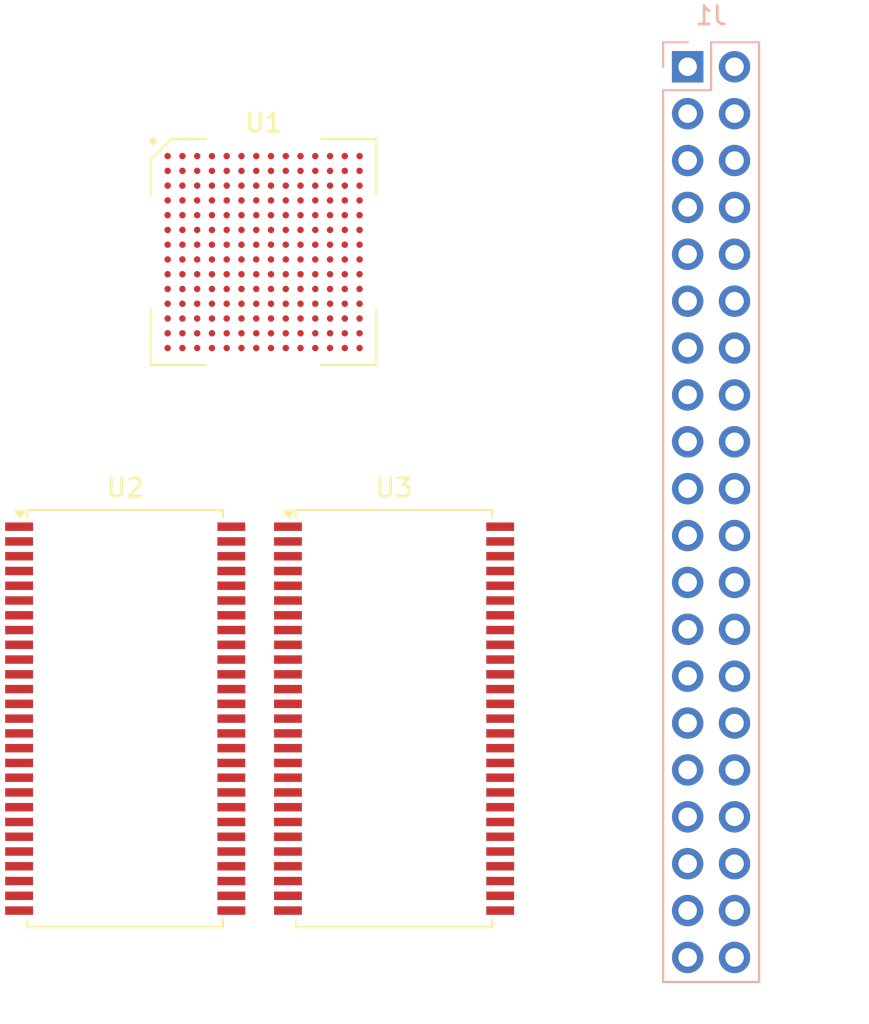
<source format=kicad_pcb>
(kicad_pcb (version 20221018) (generator pcbnew)
  (layers (0 "F.Cu" signal) (31 "B.Cu" signal) (34 "B.Paste" user) (35 "F.Paste" user) (36 "B.SilkS" user "B.Silkscreen") (37 "F.SilkS" user "F.Silkscreen") (38 "B.Mask" user) (39 "F.Mask" user) (44 "Edge.Cuts" user))
  (net 0 "")
  (net 1 "Net-(U2-VDD-Pad1)")
  (net 3 "Net-(U2-VDDQ-Pad3)")
  (net 6 "Net-(U2-VSSQ-Pad12)")
  (net 24 "Net-(U2-VSS-Pad28)")
  (net 45 "Net-(U3-VDD-Pad1)")
  (net 47 "Net-(U3-VDDQ-Pad3)")
  (net 50 "Net-(U3-VSSQ-Pad12)")
  (net 68 "Net-(U3-VSS-Pad28)")
  (footprint "Package_SO:TSOP-II-54_22.2x10.16mm_P0.8mm" (layer "F.Cu") (at 144.11 101.36)
    (fp_text reference "U3" (at 0 -12.5) (layer "F.SilkS"))
    (fp_text value "MT48LC16M16A2TG")
    (fp_line (start -5.3 -11.3) (end 5.3 -11.3) (stroke (width 0.12)) (layer "F.SilkS"))
    (fp_line (start -5.3 -10.9) (end -5.3 -11.3) (stroke (width 0.12)) (layer "F.SilkS"))
    (fp_line (start -5.3 10.9) (end -5.3 11.3) (stroke (width 0.12)) (layer "F.SilkS"))
    (fp_line (start -5.3 11.3) (end 5.3 11.3) (stroke (width 0.12)) (layer "F.SilkS"))
    (fp_line (start 5.3 -11.3) (end 5.3 -10.9) (stroke (width 0.12)) (layer "F.SilkS"))
    (fp_line (start 5.3 10.9) (end 5.3 11.3) (stroke (width 0.12)) (layer "F.SilkS"))
    (fp_poly (pts (xy -5.7 -10.9) (xy -5.94 -11.23) (xy -5.46 -11.23) (xy -5.7 -10.9)) (stroke (width 0.12)) (fill solid) (layer "F.SilkS"))
    (pad "1" smd rect (at -5.75 -10.4) (size 1.51 0.458) (layers "F.Cu" "F.Paste" "F.Mask") (net 45 "Net-(U3-VDD-Pad1)"))
    (pad "2" smd rect (at -5.75 -9.6) (size 1.51 0.458) (layers "F.Cu" "F.Paste" "F.Mask"))
    (pad "3" smd rect (at -5.75 -8.8) (size 1.51 0.458) (layers "F.Cu" "F.Paste" "F.Mask") (net 47 "Net-(U3-VDDQ-Pad3)"))
    (pad "4" smd rect (at -5.75 -8) (size 1.51 0.458) (layers "F.Cu" "F.Paste" "F.Mask"))
    (pad "5" smd rect (at -5.75 -7.2) (size 1.51 0.458) (layers "F.Cu" "F.Paste" "F.Mask"))
    (pad "6" smd rect (at -5.75 -6.4) (size 1.51 0.458) (layers "F.Cu" "F.Paste" "F.Mask") (net 50 "Net-(U3-VSSQ-Pad12)"))
    (pad "7" smd rect (at -5.75 -5.6) (size 1.51 0.458) (layers "F.Cu" "F.Paste" "F.Mask"))
    (pad "8" smd rect (at -5.75 -4.8) (size 1.51 0.458) (layers "F.Cu" "F.Paste" "F.Mask"))
    (pad "9" smd rect (at -5.75 -4) (size 1.51 0.458) (layers "F.Cu" "F.Paste" "F.Mask") (net 47 "Net-(U3-VDDQ-Pad3)"))
    (pad "10" smd rect (at -5.75 -3.2) (size 1.51 0.458) (layers "F.Cu" "F.Paste" "F.Mask"))
    (pad "11" smd rect (at -5.75 -2.4) (size 1.51 0.458) (layers "F.Cu" "F.Paste" "F.Mask"))
    (pad "12" smd rect (at -5.75 -1.6) (size 1.51 0.458) (layers "F.Cu" "F.Paste" "F.Mask") (net 50 "Net-(U3-VSSQ-Pad12)"))
    (pad "13" smd rect (at -5.75 -0.8) (size 1.51 0.458) (layers "F.Cu" "F.Paste" "F.Mask"))
    (pad "14" smd rect (at -5.75 0) (size 1.51 0.458) (layers "F.Cu" "F.Paste" "F.Mask") (net 45 "Net-(U3-VDD-Pad1)"))
    (pad "15" smd rect (at -5.75 0.8) (size 1.51 0.458) (layers "F.Cu" "F.Paste" "F.Mask"))
    (pad "16" smd rect (at -5.75 1.6) (size 1.51 0.458) (layers "F.Cu" "F.Paste" "F.Mask"))
    (pad "17" smd rect (at -5.75 2.4) (size 1.51 0.458) (layers "F.Cu" "F.Paste" "F.Mask"))
    (pad "18" smd rect (at -5.75 3.2) (size 1.51 0.458) (layers "F.Cu" "F.Paste" "F.Mask"))
    (pad "19" smd rect (at -5.75 4) (size 1.51 0.458) (layers "F.Cu" "F.Paste" "F.Mask"))
    (pad "20" smd rect (at -5.75 4.8) (size 1.51 0.458) (layers "F.Cu" "F.Paste" "F.Mask"))
    (pad "21" smd rect (at -5.75 5.6) (size 1.51 0.458) (layers "F.Cu" "F.Paste" "F.Mask"))
    (pad "22" smd rect (at -5.75 6.4) (size 1.51 0.458) (layers "F.Cu" "F.Paste" "F.Mask"))
    (pad "23" smd rect (at -5.75 7.2) (size 1.51 0.458) (layers "F.Cu" "F.Paste" "F.Mask"))
    (pad "24" smd rect (at -5.75 8) (size 1.51 0.458) (layers "F.Cu" "F.Paste" "F.Mask"))
    (pad "25" smd rect (at -5.75 8.8) (size 1.51 0.458) (layers "F.Cu" "F.Paste" "F.Mask"))
    (pad "26" smd rect (at -5.75 9.6) (size 1.51 0.458) (layers "F.Cu" "F.Paste" "F.Mask"))
    (pad "27" smd rect (at -5.75 10.4) (size 1.51 0.458) (layers "F.Cu" "F.Paste" "F.Mask") (net 45 "Net-(U3-VDD-Pad1)"))
    (pad "28" smd rect (at 5.75 10.4) (size 1.51 0.458) (layers "F.Cu" "F.Paste" "F.Mask") (net 68 "Net-(U3-VSS-Pad28)"))
    (pad "29" smd rect (at 5.75 9.6) (size 1.51 0.458) (layers "F.Cu" "F.Paste" "F.Mask"))
    (pad "30" smd rect (at 5.75 8.8) (size 1.51 0.458) (layers "F.Cu" "F.Paste" "F.Mask"))
    (pad "31" smd rect (at 5.75 8) (size 1.51 0.458) (layers "F.Cu" "F.Paste" "F.Mask"))
    (pad "32" smd rect (at 5.75 7.2) (size 1.51 0.458) (layers "F.Cu" "F.Paste" "F.Mask"))
    (pad "33" smd rect (at 5.75 6.4) (size 1.51 0.458) (layers "F.Cu" "F.Paste" "F.Mask"))
    (pad "34" smd rect (at 5.75 5.6) (size 1.51 0.458) (layers "F.Cu" "F.Paste" "F.Mask"))
    (pad "35" smd rect (at 5.75 4.8) (size 1.51 0.458) (layers "F.Cu" "F.Paste" "F.Mask"))
    (pad "36" smd rect (at 5.75 4) (size 1.51 0.458) (layers "F.Cu" "F.Paste" "F.Mask"))
    (pad "37" smd rect (at 5.75 3.2) (size 1.51 0.458) (layers "F.Cu" "F.Paste" "F.Mask"))
    (pad "38" smd rect (at 5.75 2.4) (size 1.51 0.458) (layers "F.Cu" "F.Paste" "F.Mask"))
    (pad "39" smd rect (at 5.75 1.6) (size 1.51 0.458) (layers "F.Cu" "F.Paste" "F.Mask"))
    (pad "40" smd rect (at 5.75 0.8) (size 1.51 0.458) (layers "F.Cu" "F.Paste" "F.Mask"))
    (pad "41" smd rect (at 5.75 0) (size 1.51 0.458) (layers "F.Cu" "F.Paste" "F.Mask") (net 68 "Net-(U3-VSS-Pad28)"))
    (pad "42" smd rect (at 5.75 -0.8) (size 1.51 0.458) (layers "F.Cu" "F.Paste" "F.Mask"))
    (pad "43" smd rect (at 5.75 -1.6) (size 1.51 0.458) (layers "F.Cu" "F.Paste" "F.Mask") (net 47 "Net-(U3-VDDQ-Pad3)"))
    (pad "44" smd rect (at 5.75 -2.4) (size 1.51 0.458) (layers "F.Cu" "F.Paste" "F.Mask"))
    (pad "45" smd rect (at 5.75 -3.2) (size 1.51 0.458) (layers "F.Cu" "F.Paste" "F.Mask"))
    (pad "46" smd rect (at 5.75 -4) (size 1.51 0.458) (layers "F.Cu" "F.Paste" "F.Mask") (net 50 "Net-(U3-VSSQ-Pad12)"))
    (pad "47" smd rect (at 5.75 -4.8) (size 1.51 0.458) (layers "F.Cu" "F.Paste" "F.Mask"))
    (pad "48" smd rect (at 5.75 -5.6) (size 1.51 0.458) (layers "F.Cu" "F.Paste" "F.Mask"))
    (pad "49" smd rect (at 5.75 -6.4) (size 1.51 0.458) (layers "F.Cu" "F.Paste" "F.Mask") (net 47 "Net-(U3-VDDQ-Pad3)"))
    (pad "50" smd rect (at 5.75 -7.2) (size 1.51 0.458) (layers "F.Cu" "F.Paste" "F.Mask"))
    (pad "51" smd rect (at 5.75 -8) (size 1.51 0.458) (layers "F.Cu" "F.Paste" "F.Mask"))
    (pad "52" smd rect (at 5.75 -8.8) (size 1.51 0.458) (layers "F.Cu" "F.Paste" "F.Mask") (net 50 "Net-(U3-VSSQ-Pad12)"))
    (pad "53" smd rect (at 5.75 -9.6) (size 1.51 0.458) (layers "F.Cu" "F.Paste" "F.Mask"))
    (pad "54" smd rect (at 5.75 -10.4) (size 1.51 0.458) (layers "F.Cu" "F.Paste" "F.Mask") (net 68 "Net-(U3-VSS-Pad28)"))
  )
  (footprint "Package_SO:TSOP-II-54_22.2x10.16mm_P0.8mm" (layer "F.Cu") (at 129.54 101.36)
    (fp_text reference "U2" (at 0 -12.5) (layer "F.SilkS"))
    (fp_text value "MT48LC16M16A2TG")
    (fp_line (start -5.3 -11.3) (end 5.3 -11.3) (stroke (width 0.12)) (layer "F.SilkS"))
    (fp_line (start -5.3 -10.9) (end -5.3 -11.3) (stroke (width 0.12)) (layer "F.SilkS"))
    (fp_line (start -5.3 10.9) (end -5.3 11.3) (stroke (width 0.12)) (layer "F.SilkS"))
    (fp_line (start -5.3 11.3) (end 5.3 11.3) (stroke (width 0.12)) (layer "F.SilkS"))
    (fp_line (start 5.3 -11.3) (end 5.3 -10.9) (stroke (width 0.12)) (layer "F.SilkS"))
    (fp_line (start 5.3 10.9) (end 5.3 11.3) (stroke (width 0.12)) (layer "F.SilkS"))
    (fp_poly (pts (xy -5.7 -10.9) (xy -5.94 -11.23) (xy -5.46 -11.23) (xy -5.7 -10.9)) (stroke (width 0.12)) (fill solid) (layer "F.SilkS"))
    (pad "1" smd rect (at -5.75 -10.4) (size 1.51 0.458) (layers "F.Cu" "F.Paste" "F.Mask") (net 1 "Net-(U2-VDD-Pad1)"))
    (pad "2" smd rect (at -5.75 -9.6) (size 1.51 0.458) (layers "F.Cu" "F.Paste" "F.Mask"))
    (pad "3" smd rect (at -5.75 -8.8) (size 1.51 0.458) (layers "F.Cu" "F.Paste" "F.Mask") (net 3 "Net-(U2-VDDQ-Pad3)"))
    (pad "4" smd rect (at -5.75 -8) (size 1.51 0.458) (layers "F.Cu" "F.Paste" "F.Mask"))
    (pad "5" smd rect (at -5.75 -7.2) (size 1.51 0.458) (layers "F.Cu" "F.Paste" "F.Mask"))
    (pad "6" smd rect (at -5.75 -6.4) (size 1.51 0.458) (layers "F.Cu" "F.Paste" "F.Mask") (net 6 "Net-(U2-VSSQ-Pad12)"))
    (pad "7" smd rect (at -5.75 -5.6) (size 1.51 0.458) (layers "F.Cu" "F.Paste" "F.Mask"))
    (pad "8" smd rect (at -5.75 -4.8) (size 1.51 0.458) (layers "F.Cu" "F.Paste" "F.Mask"))
    (pad "9" smd rect (at -5.75 -4) (size 1.51 0.458) (layers "F.Cu" "F.Paste" "F.Mask") (net 3 "Net-(U2-VDDQ-Pad3)"))
    (pad "10" smd rect (at -5.75 -3.2) (size 1.51 0.458) (layers "F.Cu" "F.Paste" "F.Mask"))
    (pad "11" smd rect (at -5.75 -2.4) (size 1.51 0.458) (layers "F.Cu" "F.Paste" "F.Mask"))
    (pad "12" smd rect (at -5.75 -1.6) (size 1.51 0.458) (layers "F.Cu" "F.Paste" "F.Mask") (net 6 "Net-(U2-VSSQ-Pad12)"))
    (pad "13" smd rect (at -5.75 -0.8) (size 1.51 0.458) (layers "F.Cu" "F.Paste" "F.Mask"))
    (pad "14" smd rect (at -5.75 0) (size 1.51 0.458) (layers "F.Cu" "F.Paste" "F.Mask") (net 1 "Net-(U2-VDD-Pad1)"))
    (pad "15" smd rect (at -5.75 0.8) (size 1.51 0.458) (layers "F.Cu" "F.Paste" "F.Mask"))
    (pad "16" smd rect (at -5.75 1.6) (size 1.51 0.458) (layers "F.Cu" "F.Paste" "F.Mask"))
    (pad "17" smd rect (at -5.75 2.4) (size 1.51 0.458) (layers "F.Cu" "F.Paste" "F.Mask"))
    (pad "18" smd rect (at -5.75 3.2) (size 1.51 0.458) (layers "F.Cu" "F.Paste" "F.Mask"))
    (pad "19" smd rect (at -5.75 4) (size 1.51 0.458) (layers "F.Cu" "F.Paste" "F.Mask"))
    (pad "20" smd rect (at -5.75 4.8) (size 1.51 0.458) (layers "F.Cu" "F.Paste" "F.Mask"))
    (pad "21" smd rect (at -5.75 5.6) (size 1.51 0.458) (layers "F.Cu" "F.Paste" "F.Mask"))
    (pad "22" smd rect (at -5.75 6.4) (size 1.51 0.458) (layers "F.Cu" "F.Paste" "F.Mask"))
    (pad "23" smd rect (at -5.75 7.2) (size 1.51 0.458) (layers "F.Cu" "F.Paste" "F.Mask"))
    (pad "24" smd rect (at -5.75 8) (size 1.51 0.458) (layers "F.Cu" "F.Paste" "F.Mask"))
    (pad "25" smd rect (at -5.75 8.8) (size 1.51 0.458) (layers "F.Cu" "F.Paste" "F.Mask"))
    (pad "26" smd rect (at -5.75 9.6) (size 1.51 0.458) (layers "F.Cu" "F.Paste" "F.Mask"))
    (pad "27" smd rect (at -5.75 10.4) (size 1.51 0.458) (layers "F.Cu" "F.Paste" "F.Mask") (net 1 "Net-(U2-VDD-Pad1)"))
    (pad "28" smd rect (at 5.75 10.4) (size 1.51 0.458) (layers "F.Cu" "F.Paste" "F.Mask") (net 24 "Net-(U2-VSS-Pad28)"))
    (pad "29" smd rect (at 5.75 9.6) (size 1.51 0.458) (layers "F.Cu" "F.Paste" "F.Mask"))
    (pad "30" smd rect (at 5.75 8.8) (size 1.51 0.458) (layers "F.Cu" "F.Paste" "F.Mask"))
    (pad "31" smd rect (at 5.75 8) (size 1.51 0.458) (layers "F.Cu" "F.Paste" "F.Mask"))
    (pad "32" smd rect (at 5.75 7.2) (size 1.51 0.458) (layers "F.Cu" "F.Paste" "F.Mask"))
    (pad "33" smd rect (at 5.75 6.4) (size 1.51 0.458) (layers "F.Cu" "F.Paste" "F.Mask"))
    (pad "34" smd rect (at 5.75 5.6) (size 1.51 0.458) (layers "F.Cu" "F.Paste" "F.Mask"))
    (pad "35" smd rect (at 5.75 4.8) (size 1.51 0.458) (layers "F.Cu" "F.Paste" "F.Mask"))
    (pad "36" smd rect (at 5.75 4) (size 1.51 0.458) (layers "F.Cu" "F.Paste" "F.Mask"))
    (pad "37" smd rect (at 5.75 3.2) (size 1.51 0.458) (layers "F.Cu" "F.Paste" "F.Mask"))
    (pad "38" smd rect (at 5.75 2.4) (size 1.51 0.458) (layers "F.Cu" "F.Paste" "F.Mask"))
    (pad "39" smd rect (at 5.75 1.6) (size 1.51 0.458) (layers "F.Cu" "F.Paste" "F.Mask"))
    (pad "40" smd rect (at 5.75 0.8) (size 1.51 0.458) (layers "F.Cu" "F.Paste" "F.Mask"))
    (pad "41" smd rect (at 5.75 0) (size 1.51 0.458) (layers "F.Cu" "F.Paste" "F.Mask") (net 24 "Net-(U2-VSS-Pad28)"))
    (pad "42" smd rect (at 5.75 -0.8) (size 1.51 0.458) (layers "F.Cu" "F.Paste" "F.Mask"))
    (pad "43" smd rect (at 5.75 -1.6) (size 1.51 0.458) (layers "F.Cu" "F.Paste" "F.Mask") (net 3 "Net-(U2-VDDQ-Pad3)"))
    (pad "44" smd rect (at 5.75 -2.4) (size 1.51 0.458) (layers "F.Cu" "F.Paste" "F.Mask"))
    (pad "45" smd rect (at 5.75 -3.2) (size 1.51 0.458) (layers "F.Cu" "F.Paste" "F.Mask"))
    (pad "46" smd rect (at 5.75 -4) (size 1.51 0.458) (layers "F.Cu" "F.Paste" "F.Mask") (net 6 "Net-(U2-VSSQ-Pad12)"))
    (pad "47" smd rect (at 5.75 -4.8) (size 1.51 0.458) (layers "F.Cu" "F.Paste" "F.Mask"))
    (pad "48" smd rect (at 5.75 -5.6) (size 1.51 0.458) (layers "F.Cu" "F.Paste" "F.Mask"))
    (pad "49" smd rect (at 5.75 -6.4) (size 1.51 0.458) (layers "F.Cu" "F.Paste" "F.Mask") (net 3 "Net-(U2-VDDQ-Pad3)"))
    (pad "50" smd rect (at 5.75 -7.2) (size 1.51 0.458) (layers "F.Cu" "F.Paste" "F.Mask"))
    (pad "51" smd rect (at 5.75 -8) (size 1.51 0.458) (layers "F.Cu" "F.Paste" "F.Mask"))
    (pad "52" smd rect (at 5.75 -8.8) (size 1.51 0.458) (layers "F.Cu" "F.Paste" "F.Mask") (net 6 "Net-(U2-VSSQ-Pad12)"))
    (pad "53" smd rect (at 5.75 -9.6) (size 1.51 0.458) (layers "F.Cu" "F.Paste" "F.Mask"))
    (pad "54" smd rect (at 5.75 -10.4) (size 1.51 0.458) (layers "F.Cu" "F.Paste" "F.Mask") (net 24 "Net-(U2-VSS-Pad28)"))
  )
  (footprint "mapbga-11x11-0_8mm:BGA-196_14x14_12.0x12.0mm" (layer "F.Cu") (at 137.04 76.08)
    (fp_text reference "U1" (at 0 -7) (layer "F.SilkS"))
    (fp_text value "~")
    (fp_line (start -6.12 -5) (end -6.12 -3.12) (stroke (width 0.12)) (layer "F.SilkS"))
    (fp_line (start -6.12 6.12) (end -6.12 3.12) (stroke (width 0.12)) (layer "F.SilkS"))
    (fp_line (start -5 -6.12) (end -6.12 -5) (stroke (width 0.12)) (layer "F.SilkS"))
    (fp_line (start -3.12 -6.12) (end -5 -6.12) (stroke (width 0.12)) (layer "F.SilkS"))
    (fp_line (start -3.12 6.12) (end -6.12 6.12) (stroke (width 0.12)) (layer "F.SilkS"))
    (fp_line (start 3.12 -6.12) (end 6.12 -6.12) (stroke (width 0.12)) (layer "F.SilkS"))
    (fp_line (start 3.12 6.12) (end 6.12 6.12) (stroke (width 0.12)) (layer "F.SilkS"))
    (fp_line (start 6.12 -6.12) (end 6.12 -3.12) (stroke (width 0.12)) (layer "F.SilkS"))
    (fp_line (start 6.12 6.12) (end 6.12 3.12) (stroke (width 0.12)) (layer "F.SilkS"))
    (fp_circle (center -6 -6) (end -6 -5.9) (stroke (width 0.2)) (fill none) (layer "F.SilkS"))
    (pad "A1" smd circle (at -5.2 -5.2) (size 0.35 0.35) (layers "F.Cu" "F.Paste" "F.Mask") (clearance 0.075))
    (pad "A2" smd circle (at -4.4 -5.2) (size 0.35 0.35) (layers "F.Cu" "F.Paste" "F.Mask") (clearance 0.075))
    (pad "A3" smd circle (at -3.6 -5.2) (size 0.35 0.35) (layers "F.Cu" "F.Paste" "F.Mask") (clearance 0.075))
    (pad "A4" smd circle (at -2.8 -5.2) (size 0.35 0.35) (layers "F.Cu" "F.Paste" "F.Mask") (clearance 0.075))
    (pad "A5" smd circle (at -2 -5.2) (size 0.35 0.35) (layers "F.Cu" "F.Paste" "F.Mask") (clearance 0.075))
    (pad "A6" smd circle (at -1.2 -5.2) (size 0.35 0.35) (layers "F.Cu" "F.Paste" "F.Mask") (clearance 0.075))
    (pad "A7" smd circle (at -0.4 -5.2) (size 0.35 0.35) (layers "F.Cu" "F.Paste" "F.Mask") (clearance 0.075))
    (pad "A8" smd circle (at 0.4 -5.2) (size 0.35 0.35) (layers "F.Cu" "F.Paste" "F.Mask") (clearance 0.075))
    (pad "A9" smd circle (at 1.2 -5.2) (size 0.35 0.35) (layers "F.Cu" "F.Paste" "F.Mask") (clearance 0.075))
    (pad "A10" smd circle (at 2 -5.2) (size 0.35 0.35) (layers "F.Cu" "F.Paste" "F.Mask") (clearance 0.075))
    (pad "A11" smd circle (at 2.8 -5.2) (size 0.35 0.35) (layers "F.Cu" "F.Paste" "F.Mask") (clearance 0.075))
    (pad "A12" smd circle (at 3.6 -5.2) (size 0.35 0.35) (layers "F.Cu" "F.Paste" "F.Mask") (clearance 0.075))
    (pad "A13" smd circle (at 4.4 -5.2) (size 0.35 0.35) (layers "F.Cu" "F.Paste" "F.Mask") (clearance 0.075))
    (pad "A14" smd circle (at 5.2 -5.2) (size 0.35 0.35) (layers "F.Cu" "F.Paste" "F.Mask") (clearance 0.075))
    (pad "B1" smd circle (at -5.2 -4.4) (size 0.35 0.35) (layers "F.Cu" "F.Paste" "F.Mask") (clearance 0.075))
    (pad "B2" smd circle (at -4.4 -4.4) (size 0.35 0.35) (layers "F.Cu" "F.Paste" "F.Mask") (clearance 0.075))
    (pad "B3" smd circle (at -3.6 -4.4) (size 0.35 0.35) (layers "F.Cu" "F.Paste" "F.Mask") (clearance 0.075))
    (pad "B4" smd circle (at -2.8 -4.4) (size 0.35 0.35) (layers "F.Cu" "F.Paste" "F.Mask") (clearance 0.075))
    (pad "B5" smd circle (at -2 -4.4) (size 0.35 0.35) (layers "F.Cu" "F.Paste" "F.Mask") (clearance 0.075))
    (pad "B6" smd circle (at -1.2 -4.4) (size 0.35 0.35) (layers "F.Cu" "F.Paste" "F.Mask") (clearance 0.075))
    (pad "B7" smd circle (at -0.4 -4.4) (size 0.35 0.35) (layers "F.Cu" "F.Paste" "F.Mask") (clearance 0.075))
    (pad "B8" smd circle (at 0.4 -4.4) (size 0.35 0.35) (layers "F.Cu" "F.Paste" "F.Mask") (clearance 0.075))
    (pad "B9" smd circle (at 1.2 -4.4) (size 0.35 0.35) (layers "F.Cu" "F.Paste" "F.Mask") (clearance 0.075))
    (pad "B10" smd circle (at 2 -4.4) (size 0.35 0.35) (layers "F.Cu" "F.Paste" "F.Mask") (clearance 0.075))
    (pad "B11" smd circle (at 2.8 -4.4) (size 0.35 0.35) (layers "F.Cu" "F.Paste" "F.Mask") (clearance 0.075))
    (pad "B12" smd circle (at 3.6 -4.4) (size 0.35 0.35) (layers "F.Cu" "F.Paste" "F.Mask") (clearance 0.075))
    (pad "B13" smd circle (at 4.4 -4.4) (size 0.35 0.35) (layers "F.Cu" "F.Paste" "F.Mask") (clearance 0.075))
    (pad "B14" smd circle (at 5.2 -4.4) (size 0.35 0.35) (layers "F.Cu" "F.Paste" "F.Mask") (clearance 0.075))
    (pad "C1" smd circle (at -5.2 -3.6) (size 0.35 0.35) (layers "F.Cu" "F.Paste" "F.Mask") (clearance 0.075))
    (pad "C2" smd circle (at -4.4 -3.6) (size 0.35 0.35) (layers "F.Cu" "F.Paste" "F.Mask") (clearance 0.075))
    (pad "C3" smd circle (at -3.6 -3.6) (size 0.35 0.35) (layers "F.Cu" "F.Paste" "F.Mask") (clearance 0.075))
    (pad "C4" smd circle (at -2.8 -3.6) (size 0.35 0.35) (layers "F.Cu" "F.Paste" "F.Mask") (clearance 0.075))
    (pad "C5" smd circle (at -2 -3.6) (size 0.35 0.35) (layers "F.Cu" "F.Paste" "F.Mask") (clearance 0.075))
    (pad "C6" smd circle (at -1.2 -3.6) (size 0.35 0.35) (layers "F.Cu" "F.Paste" "F.Mask") (clearance 0.075))
    (pad "C7" smd circle (at -0.4 -3.6) (size 0.35 0.35) (layers "F.Cu" "F.Paste" "F.Mask") (clearance 0.075))
    (pad "C8" smd circle (at 0.4 -3.6) (size 0.35 0.35) (layers "F.Cu" "F.Paste" "F.Mask") (clearance 0.075))
    (pad "C9" smd circle (at 1.2 -3.6) (size 0.35 0.35) (layers "F.Cu" "F.Paste" "F.Mask") (clearance 0.075))
    (pad "C10" smd circle (at 2 -3.6) (size 0.35 0.35) (layers "F.Cu" "F.Paste" "F.Mask") (clearance 0.075))
    (pad "C11" smd circle (at 2.8 -3.6) (size 0.35 0.35) (layers "F.Cu" "F.Paste" "F.Mask") (clearance 0.075))
    (pad "C12" smd circle (at 3.6 -3.6) (size 0.35 0.35) (layers "F.Cu" "F.Paste" "F.Mask") (clearance 0.075))
    (pad "C13" smd circle (at 4.4 -3.6) (size 0.35 0.35) (layers "F.Cu" "F.Paste" "F.Mask") (clearance 0.075))
    (pad "C14" smd circle (at 5.2 -3.6) (size 0.35 0.35) (layers "F.Cu" "F.Paste" "F.Mask") (clearance 0.075))
    (pad "D1" smd circle (at -5.2 -2.8) (size 0.35 0.35) (layers "F.Cu" "F.Paste" "F.Mask") (clearance 0.075))
    (pad "D2" smd circle (at -4.4 -2.8) (size 0.35 0.35) (layers "F.Cu" "F.Paste" "F.Mask") (clearance 0.075))
    (pad "D3" smd circle (at -3.6 -2.8) (size 0.35 0.35) (layers "F.Cu" "F.Paste" "F.Mask") (clearance 0.075))
    (pad "D4" smd circle (at -2.8 -2.8) (size 0.35 0.35) (layers "F.Cu" "F.Paste" "F.Mask") (clearance 0.075))
    (pad "D5" smd circle (at -2 -2.8) (size 0.35 0.35) (layers "F.Cu" "F.Paste" "F.Mask") (clearance 0.075))
    (pad "D6" smd circle (at -1.2 -2.8) (size 0.35 0.35) (layers "F.Cu" "F.Paste" "F.Mask") (clearance 0.075))
    (pad "D7" smd circle (at -0.4 -2.8) (size 0.35 0.35) (layers "F.Cu" "F.Paste" "F.Mask") (clearance 0.075))
    (pad "D8" smd circle (at 0.4 -2.8) (size 0.35 0.35) (layers "F.Cu" "F.Paste" "F.Mask") (clearance 0.075))
    (pad "D9" smd circle (at 1.2 -2.8) (size 0.35 0.35) (layers "F.Cu" "F.Paste" "F.Mask") (clearance 0.075))
    (pad "D10" smd circle (at 2 -2.8) (size 0.35 0.35) (layers "F.Cu" "F.Paste" "F.Mask") (clearance 0.075))
    (pad "D11" smd circle (at 2.8 -2.8) (size 0.35 0.35) (layers "F.Cu" "F.Paste" "F.Mask") (clearance 0.075))
    (pad "D12" smd circle (at 3.6 -2.8) (size 0.35 0.35) (layers "F.Cu" "F.Paste" "F.Mask") (clearance 0.075))
    (pad "D13" smd circle (at 4.4 -2.8) (size 0.35 0.35) (layers "F.Cu" "F.Paste" "F.Mask") (clearance 0.075))
    (pad "D14" smd circle (at 5.2 -2.8) (size 0.35 0.35) (layers "F.Cu" "F.Paste" "F.Mask") (clearance 0.075))
    (pad "E1" smd circle (at -5.2 -2) (size 0.35 0.35) (layers "F.Cu" "F.Paste" "F.Mask") (clearance 0.075))
    (pad "E2" smd circle (at -4.4 -2) (size 0.35 0.35) (layers "F.Cu" "F.Paste" "F.Mask") (clearance 0.075))
    (pad "E3" smd circle (at -3.6 -2) (size 0.35 0.35) (layers "F.Cu" "F.Paste" "F.Mask") (clearance 0.075))
    (pad "E4" smd circle (at -2.8 -2) (size 0.35 0.35) (layers "F.Cu" "F.Paste" "F.Mask") (clearance 0.075))
    (pad "E5" smd circle (at -2 -2) (size 0.35 0.35) (layers "F.Cu" "F.Paste" "F.Mask") (clearance 0.075))
    (pad "E6" smd circle (at -1.2 -2) (size 0.35 0.35) (layers "F.Cu" "F.Paste" "F.Mask") (clearance 0.075))
    (pad "E7" smd circle (at -0.4 -2) (size 0.35 0.35) (layers "F.Cu" "F.Paste" "F.Mask") (clearance 0.075))
    (pad "E8" smd circle (at 0.4 -2) (size 0.35 0.35) (layers "F.Cu" "F.Paste" "F.Mask") (clearance 0.075))
    (pad "E9" smd circle (at 1.2 -2) (size 0.35 0.35) (layers "F.Cu" "F.Paste" "F.Mask") (clearance 0.075))
    (pad "E10" smd circle (at 2 -2) (size 0.35 0.35) (layers "F.Cu" "F.Paste" "F.Mask") (clearance 0.075))
    (pad "E11" smd circle (at 2.8 -2) (size 0.35 0.35) (layers "F.Cu" "F.Paste" "F.Mask") (clearance 0.075))
    (pad "E12" smd circle (at 3.6 -2) (size 0.35 0.35) (layers "F.Cu" "F.Paste" "F.Mask") (clearance 0.075))
    (pad "E13" smd circle (at 4.4 -2) (size 0.35 0.35) (layers "F.Cu" "F.Paste" "F.Mask") (clearance 0.075))
    (pad "E14" smd circle (at 5.2 -2) (size 0.35 0.35) (layers "F.Cu" "F.Paste" "F.Mask") (clearance 0.075))
    (pad "F1" smd circle (at -5.2 -1.2) (size 0.35 0.35) (layers "F.Cu" "F.Paste" "F.Mask") (clearance 0.075))
    (pad "F2" smd circle (at -4.4 -1.2) (size 0.35 0.35) (layers "F.Cu" "F.Paste" "F.Mask") (clearance 0.075))
    (pad "F3" smd circle (at -3.6 -1.2) (size 0.35 0.35) (layers "F.Cu" "F.Paste" "F.Mask") (clearance 0.075))
    (pad "F4" smd circle (at -2.8 -1.2) (size 0.35 0.35) (layers "F.Cu" "F.Paste" "F.Mask") (clearance 0.075))
    (pad "F5" smd circle (at -2 -1.2) (size 0.35 0.35) (layers "F.Cu" "F.Paste" "F.Mask") (clearance 0.075))
    (pad "F6" smd circle (at -1.2 -1.2) (size 0.35 0.35) (layers "F.Cu" "F.Paste" "F.Mask") (clearance 0.075))
    (pad "F7" smd circle (at -0.4 -1.2) (size 0.35 0.35) (layers "F.Cu" "F.Paste" "F.Mask") (clearance 0.075))
    (pad "F8" smd circle (at 0.4 -1.2) (size 0.35 0.35) (layers "F.Cu" "F.Paste" "F.Mask") (clearance 0.075))
    (pad "F9" smd circle (at 1.2 -1.2) (size 0.35 0.35) (layers "F.Cu" "F.Paste" "F.Mask") (clearance 0.075))
    (pad "F10" smd circle (at 2 -1.2) (size 0.35 0.35) (layers "F.Cu" "F.Paste" "F.Mask") (clearance 0.075))
    (pad "F11" smd circle (at 2.8 -1.2) (size 0.35 0.35) (layers "F.Cu" "F.Paste" "F.Mask") (clearance 0.075))
    (pad "F12" smd circle (at 3.6 -1.2) (size 0.35 0.35) (layers "F.Cu" "F.Paste" "F.Mask") (clearance 0.075))
    (pad "F13" smd circle (at 4.4 -1.2) (size 0.35 0.35) (layers "F.Cu" "F.Paste" "F.Mask") (clearance 0.075))
    (pad "F14" smd circle (at 5.2 -1.2) (size 0.35 0.35) (layers "F.Cu" "F.Paste" "F.Mask") (clearance 0.075))
    (pad "G1" smd circle (at -5.2 -0.4) (size 0.35 0.35) (layers "F.Cu" "F.Paste" "F.Mask") (clearance 0.075))
    (pad "G2" smd circle (at -4.4 -0.4) (size 0.35 0.35) (layers "F.Cu" "F.Paste" "F.Mask") (clearance 0.075))
    (pad "G3" smd circle (at -3.6 -0.4) (size 0.35 0.35) (layers "F.Cu" "F.Paste" "F.Mask") (clearance 0.075))
    (pad "G4" smd circle (at -2.8 -0.4) (size 0.35 0.35) (layers "F.Cu" "F.Paste" "F.Mask") (clearance 0.075))
    (pad "G5" smd circle (at -2 -0.4) (size 0.35 0.35) (layers "F.Cu" "F.Paste" "F.Mask") (clearance 0.075))
    (pad "G6" smd circle (at -1.2 -0.4) (size 0.35 0.35) (layers "F.Cu" "F.Paste" "F.Mask") (clearance 0.075))
    (pad "G7" smd circle (at -0.4 -0.4) (size 0.35 0.35) (layers "F.Cu" "F.Paste" "F.Mask") (clearance 0.075))
    (pad "G8" smd circle (at 0.4 -0.4) (size 0.35 0.35) (layers "F.Cu" "F.Paste" "F.Mask") (clearance 0.075))
    (pad "G9" smd circle (at 1.2 -0.4) (size 0.35 0.35) (layers "F.Cu" "F.Paste" "F.Mask") (clearance 0.075))
    (pad "G10" smd circle (at 2 -0.4) (size 0.35 0.35) (layers "F.Cu" "F.Paste" "F.Mask") (clearance 0.075))
    (pad "G11" smd circle (at 2.8 -0.4) (size 0.35 0.35) (layers "F.Cu" "F.Paste" "F.Mask") (clearance 0.075))
    (pad "G12" smd circle (at 3.6 -0.4) (size 0.35 0.35) (layers "F.Cu" "F.Paste" "F.Mask") (clearance 0.075))
    (pad "G13" smd circle (at 4.4 -0.4) (size 0.35 0.35) (layers "F.Cu" "F.Paste" "F.Mask") (clearance 0.075))
    (pad "G14" smd circle (at 5.2 -0.4) (size 0.35 0.35) (layers "F.Cu" "F.Paste" "F.Mask") (clearance 0.075))
    (pad "H1" smd circle (at -5.2 0.4) (size 0.35 0.35) (layers "F.Cu" "F.Paste" "F.Mask") (clearance 0.075))
    (pad "H2" smd circle (at -4.4 0.4) (size 0.35 0.35) (layers "F.Cu" "F.Paste" "F.Mask") (clearance 0.075))
    (pad "H3" smd circle (at -3.6 0.4) (size 0.35 0.35) (layers "F.Cu" "F.Paste" "F.Mask") (clearance 0.075))
    (pad "H4" smd circle (at -2.8 0.4) (size 0.35 0.35) (layers "F.Cu" "F.Paste" "F.Mask") (clearance 0.075))
    (pad "H5" smd circle (at -2 0.4) (size 0.35 0.35) (layers "F.Cu" "F.Paste" "F.Mask") (clearance 0.075))
    (pad "H6" smd circle (at -1.2 0.4) (size 0.35 0.35) (layers "F.Cu" "F.Paste" "F.Mask") (clearance 0.075))
    (pad "H7" smd circle (at -0.4 0.4) (size 0.35 0.35) (layers "F.Cu" "F.Paste" "F.Mask") (clearance 0.075))
    (pad "H8" smd circle (at 0.4 0.4) (size 0.35 0.35) (layers "F.Cu" "F.Paste" "F.Mask") (clearance 0.075))
    (pad "H9" smd circle (at 1.2 0.4) (size 0.35 0.35) (layers "F.Cu" "F.Paste" "F.Mask") (clearance 0.075))
    (pad "H10" smd circle (at 2 0.4) (size 0.35 0.35) (layers "F.Cu" "F.Paste" "F.Mask") (clearance 0.075))
    (pad "H11" smd circle (at 2.8 0.4) (size 0.35 0.35) (layers "F.Cu" "F.Paste" "F.Mask") (clearance 0.075))
    (pad "H12" smd circle (at 3.6 0.4) (size 0.35 0.35) (layers "F.Cu" "F.Paste" "F.Mask") (clearance 0.075))
    (pad "H13" smd circle (at 4.4 0.4) (size 0.35 0.35) (layers "F.Cu" "F.Paste" "F.Mask") (clearance 0.075))
    (pad "H14" smd circle (at 5.2 0.4) (size 0.35 0.35) (layers "F.Cu" "F.Paste" "F.Mask") (clearance 0.075))
    (pad "J1" smd circle (at -5.2 1.2) (size 0.35 0.35) (layers "F.Cu" "F.Paste" "F.Mask") (clearance 0.075))
    (pad "J2" smd circle (at -4.4 1.2) (size 0.35 0.35) (layers "F.Cu" "F.Paste" "F.Mask") (clearance 0.075))
    (pad "J3" smd circle (at -3.6 1.2) (size 0.35 0.35) (layers "F.Cu" "F.Paste" "F.Mask") (clearance 0.075))
    (pad "J4" smd circle (at -2.8 1.2) (size 0.35 0.35) (layers "F.Cu" "F.Paste" "F.Mask") (clearance 0.075))
    (pad "J5" smd circle (at -2 1.2) (size 0.35 0.35) (layers "F.Cu" "F.Paste" "F.Mask") (clearance 0.075))
    (pad "J6" smd circle (at -1.2 1.2) (size 0.35 0.35) (layers "F.Cu" "F.Paste" "F.Mask") (clearance 0.075))
    (pad "J7" smd circle (at -0.4 1.2) (size 0.35 0.35) (layers "F.Cu" "F.Paste" "F.Mask") (clearance 0.075))
    (pad "J8" smd circle (at 0.4 1.2) (size 0.35 0.35) (layers "F.Cu" "F.Paste" "F.Mask") (clearance 0.075))
    (pad "J9" smd circle (at 1.2 1.2) (size 0.35 0.35) (layers "F.Cu" "F.Paste" "F.Mask") (clearance 0.075))
    (pad "J10" smd circle (at 2 1.2) (size 0.35 0.35) (layers "F.Cu" "F.Paste" "F.Mask") (clearance 0.075))
    (pad "J11" smd circle (at 2.8 1.2) (size 0.35 0.35) (layers "F.Cu" "F.Paste" "F.Mask") (clearance 0.075))
    (pad "J12" smd circle (at 3.6 1.2) (size 0.35 0.35) (layers "F.Cu" "F.Paste" "F.Mask") (clearance 0.075))
    (pad "J13" smd circle (at 4.4 1.2) (size 0.35 0.35) (layers "F.Cu" "F.Paste" "F.Mask") (clearance 0.075))
    (pad "J14" smd circle (at 5.2 1.2) (size 0.35 0.35) (layers "F.Cu" "F.Paste" "F.Mask") (clearance 0.075))
    (pad "K1" smd circle (at -5.2 2) (size 0.35 0.35) (layers "F.Cu" "F.Paste" "F.Mask") (clearance 0.075))
    (pad "K2" smd circle (at -4.4 2) (size 0.35 0.35) (layers "F.Cu" "F.Paste" "F.Mask") (clearance 0.075))
    (pad "K3" smd circle (at -3.6 2) (size 0.35 0.35) (layers "F.Cu" "F.Paste" "F.Mask") (clearance 0.075))
    (pad "K4" smd circle (at -2.8 2) (size 0.35 0.35) (layers "F.Cu" "F.Paste" "F.Mask") (clearance 0.075))
    (pad "K5" smd circle (at -2 2) (size 0.35 0.35) (layers "F.Cu" "F.Paste" "F.Mask") (clearance 0.075))
    (pad "K6" smd circle (at -1.2 2) (size 0.35 0.35) (layers "F.Cu" "F.Paste" "F.Mask") (clearance 0.075))
    (pad "K7" smd circle (at -0.4 2) (size 0.35 0.35) (layers "F.Cu" "F.Paste" "F.Mask") (clearance 0.075))
    (pad "K8" smd circle (at 0.4 2) (size 0.35 0.35) (layers "F.Cu" "F.Paste" "F.Mask") (clearance 0.075))
    (pad "K9" smd circle (at 1.2 2) (size 0.35 0.35) (layers "F.Cu" "F.Paste" "F.Mask") (clearance 0.075))
    (pad "K10" smd circle (at 2 2) (size 0.35 0.35) (layers "F.Cu" "F.Paste" "F.Mask") (clearance 0.075))
    (pad "K11" smd circle (at 2.8 2) (size 0.35 0.35) (layers "F.Cu" "F.Paste" "F.Mask") (clearance 0.075))
    (pad "K12" smd circle (at 3.6 2) (size 0.35 0.35) (layers "F.Cu" "F.Paste" "F.Mask") (clearance 0.075))
    (pad "K13" smd circle (at 4.4 2) (size 0.35 0.35) (layers "F.Cu" "F.Paste" "F.Mask") (clearance 0.075))
    (pad "K14" smd circle (at 5.2 2) (size 0.35 0.35) (layers "F.Cu" "F.Paste" "F.Mask") (clearance 0.075))
    (pad "L1" smd circle (at -5.2 2.8) (size 0.35 0.35) (layers "F.Cu" "F.Paste" "F.Mask") (clearance 0.075))
    (pad "L2" smd circle (at -4.4 2.8) (size 0.35 0.35) (layers "F.Cu" "F.Paste" "F.Mask") (clearance 0.075))
    (pad "L3" smd circle (at -3.6 2.8) (size 0.35 0.35) (layers "F.Cu" "F.Paste" "F.Mask") (clearance 0.075))
    (pad "L4" smd circle (at -2.8 2.8) (size 0.35 0.35) (layers "F.Cu" "F.Paste" "F.Mask") (clearance 0.075))
    (pad "L5" smd circle (at -2 2.8) (size 0.35 0.35) (layers "F.Cu" "F.Paste" "F.Mask") (clearance 0.075))
    (pad "L6" smd circle (at -1.2 2.8) (size 0.35 0.35) (layers "F.Cu" "F.Paste" "F.Mask") (clearance 0.075))
    (pad "L7" smd circle (at -0.4 2.8) (size 0.35 0.35) (layers "F.Cu" "F.Paste" "F.Mask") (clearance 0.075))
    (pad "L8" smd circle (at 0.4 2.8) (size 0.35 0.35) (layers "F.Cu" "F.Paste" "F.Mask") (clearance 0.075))
    (pad "L9" smd circle (at 1.2 2.8) (size 0.35 0.35) (layers "F.Cu" "F.Paste" "F.Mask") (clearance 0.075))
    (pad "L10" smd circle (at 2 2.8) (size 0.35 0.35) (layers "F.Cu" "F.Paste" "F.Mask") (clearance 0.075))
    (pad "L11" smd circle (at 2.8 2.8) (size 0.35 0.35) (layers "F.Cu" "F.Paste" "F.Mask") (clearance 0.075))
    (pad "L12" smd circle (at 3.6 2.8) (size 0.35 0.35) (layers "F.Cu" "F.Paste" "F.Mask") (clearance 0.075))
    (pad "L13" smd circle (at 4.4 2.8) (size 0.35 0.35) (layers "F.Cu" "F.Paste" "F.Mask") (clearance 0.075))
    (pad "L14" smd circle (at 5.2 2.8) (size 0.35 0.35) (layers "F.Cu" "F.Paste" "F.Mask") (clearance 0.075))
    (pad "M1" smd circle (at -5.2 3.6) (size 0.35 0.35) (layers "F.Cu" "F.Paste" "F.Mask") (clearance 0.075))
    (pad "M2" smd circle (at -4.4 3.6) (size 0.35 0.35) (layers "F.Cu" "F.Paste" "F.Mask") (clearance 0.075))
    (pad "M3" smd circle (at -3.6 3.6) (size 0.35 0.35) (layers "F.Cu" "F.Paste" "F.Mask") (clearance 0.075))
    (pad "M4" smd circle (at -2.8 3.6) (size 0.35 0.35) (layers "F.Cu" "F.Paste" "F.Mask") (clearance 0.075))
    (pad "M5" smd circle (at -2 3.6) (size 0.35 0.35) (layers "F.Cu" "F.Paste" "F.Mask") (clearance 0.075))
    (pad "M6" smd circle (at -1.2 3.6) (size 0.35 0.35) (layers "F.Cu" "F.Paste" "F.Mask") (clearance 0.075))
    (pad "M7" smd circle (at -0.4 3.6) (size 0.35 0.35) (layers "F.Cu" "F.Paste" "F.Mask") (clearance 0.075))
    (pad "M8" smd circle (at 0.4 3.6) (size 0.35 0.35) (layers "F.Cu" "F.Paste" "F.Mask") (clearance 0.075))
    (pad "M9" smd circle (at 1.2 3.6) (size 0.35 0.35) (layers "F.Cu" "F.Paste" "F.Mask") (clearance 0.075))
    (pad "M10" smd circle (at 2 3.6) (size 0.35 0.35) (layers "F.Cu" "F.Paste" "F.Mask") (clearance 0.075))
    (pad "M11" smd circle (at 2.8 3.6) (size 0.35 0.35) (layers "F.Cu" "F.Paste" "F.Mask") (clearance 0.075))
    (pad "M12" smd circle (at 3.6 3.6) (size 0.35 0.35) (layers "F.Cu" "F.Paste" "F.Mask") (clearance 0.075))
    (pad "M13" smd circle (at 4.4 3.6) (size 0.35 0.35) (layers "F.Cu" "F.Paste" "F.Mask") (clearance 0.075))
    (pad "M14" smd circle (at 5.2 3.6) (size 0.35 0.35) (layers "F.Cu" "F.Paste" "F.Mask") (clearance 0.075))
    (pad "N1" smd circle (at -5.2 4.4) (size 0.35 0.35) (layers "F.Cu" "F.Paste" "F.Mask") (clearance 0.075))
    (pad "N2" smd circle (at -4.4 4.4) (size 0.35 0.35) (layers "F.Cu" "F.Paste" "F.Mask") (clearance 0.075))
    (pad "N3" smd circle (at -3.6 4.4) (size 0.35 0.35) (layers "F.Cu" "F.Paste" "F.Mask") (clearance 0.075))
    (pad "N4" smd circle (at -2.8 4.4) (size 0.35 0.35) (layers "F.Cu" "F.Paste" "F.Mask") (clearance 0.075))
    (pad "N5" smd circle (at -2 4.4) (size 0.35 0.35) (layers "F.Cu" "F.Paste" "F.Mask") (clearance 0.075))
    (pad "N6" smd circle (at -1.2 4.4) (size 0.35 0.35) (layers "F.Cu" "F.Paste" "F.Mask") (clearance 0.075))
    (pad "N7" smd circle (at -0.4 4.4) (size 0.35 0.35) (layers "F.Cu" "F.Paste" "F.Mask") (clearance 0.075))
    (pad "N8" smd circle (at 0.4 4.4) (size 0.35 0.35) (layers "F.Cu" "F.Paste" "F.Mask") (clearance 0.075))
    (pad "N9" smd circle (at 1.2 4.4) (size 0.35 0.35) (layers "F.Cu" "F.Paste" "F.Mask") (clearance 0.075))
    (pad "N10" smd circle (at 2 4.4) (size 0.35 0.35) (layers "F.Cu" "F.Paste" "F.Mask") (clearance 0.075))
    (pad "N11" smd circle (at 2.8 4.4) (size 0.35 0.35) (layers "F.Cu" "F.Paste" "F.Mask") (clearance 0.075))
    (pad "N12" smd circle (at 3.6 4.4) (size 0.35 0.35) (layers "F.Cu" "F.Paste" "F.Mask") (clearance 0.075))
    (pad "N13" smd circle (at 4.4 4.4) (size 0.35 0.35) (layers "F.Cu" "F.Paste" "F.Mask") (clearance 0.075))
    (pad "N14" smd circle (at 5.2 4.4) (size 0.35 0.35) (layers "F.Cu" "F.Paste" "F.Mask") (clearance 0.075))
    (pad "P1" smd circle (at -5.2 5.2) (size 0.35 0.35) (layers "F.Cu" "F.Paste" "F.Mask") (clearance 0.075))
    (pad "P2" smd circle (at -4.4 5.2) (size 0.35 0.35) (layers "F.Cu" "F.Paste" "F.Mask") (clearance 0.075))
    (pad "P3" smd circle (at -3.6 5.2) (size 0.35 0.35) (layers "F.Cu" "F.Paste" "F.Mask") (clearance 0.075))
    (pad "P4" smd circle (at -2.8 5.2) (size 0.35 0.35) (layers "F.Cu" "F.Paste" "F.Mask") (clearance 0.075))
    (pad "P5" smd circle (at -2 5.2) (size 0.35 0.35) (layers "F.Cu" "F.Paste" "F.Mask") (clearance 0.075))
    (pad "P6" smd circle (at -1.2 5.2) (size 0.35 0.35) (layers "F.Cu" "F.Paste" "F.Mask") (clearance 0.075))
    (pad "P7" smd circle (at -0.4 5.2) (size 0.35 0.35) (layers "F.Cu" "F.Paste" "F.Mask") (clearance 0.075))
    (pad "P8" smd circle (at 0.4 5.2) (size 0.35 0.35) (layers "F.Cu" "F.Paste" "F.Mask") (clearance 0.075))
    (pad "P9" smd circle (at 1.2 5.2) (size 0.35 0.35) (layers "F.Cu" "F.Paste" "F.Mask") (clearance 0.075))
    (pad "P10" smd circle (at 2 5.2) (size 0.35 0.35) (layers "F.Cu" "F.Paste" "F.Mask") (clearance 0.075))
    (pad "P11" smd circle (at 2.8 5.2) (size 0.35 0.35) (layers "F.Cu" "F.Paste" "F.Mask") (clearance 0.075))
    (pad "P12" smd circle (at 3.6 5.2) (size 0.35 0.35) (layers "F.Cu" "F.Paste" "F.Mask") (clearance 0.075))
    (pad "P13" smd circle (at 4.4 5.2) (size 0.35 0.35) (layers "F.Cu" "F.Paste" "F.Mask") (clearance 0.075))
    (pad "P14" smd circle (at 5.2 5.2) (size 0.35 0.35) (layers "F.Cu" "F.Paste" "F.Mask") (clearance 0.075))
  )
  (footprint "Connector_PinSocket_2.54mm:PinSocket_2x20_P2.54mm_Vertical" (layer "B.Cu") (at 160.02 66.04 180)
    (fp_text reference "J1" (at -1.27 2.77) (layer "B.SilkS") (effects (justify mirror)))
    (fp_text value "Conn_02x20_Odd_Even")
    (fp_line (start -3.87 -49.59) (end 1.33 -49.59) (stroke (width 0.12)) (layer "B.SilkS"))
    (fp_line (start -3.87 1.33) (end -3.87 -49.59) (stroke (width 0.12)) (layer "B.SilkS"))
    (fp_line (start -3.87 1.33) (end -1.27 1.33) (stroke (width 0.12)) (layer "B.SilkS"))
    (fp_line (start -1.27 -1.27) (end 1.33 -1.27) (stroke (width 0.12)) (layer "B.SilkS"))
    (fp_line (start -1.27 1.33) (end -1.27 -1.27) (stroke (width 0.12)) (layer "B.SilkS"))
    (fp_line (start 0 1.33) (end 1.33 1.33) (stroke (width 0.12)) (layer "B.SilkS"))
    (fp_line (start 1.33 -1.27) (end 1.33 -49.59) (stroke (width 0.12)) (layer "B.SilkS"))
    (fp_line (start 1.33 1.33) (end 1.33 0) (stroke (width 0.12)) (layer "B.SilkS"))
    (pad "1" thru_hole rect (at 0 0 180) (size 1.7 1.7) (drill 1) (layers "*.Cu" "*.Mask"))
    (pad "2" thru_hole oval (at -2.54 0 180) (size 1.7 1.7) (drill 1) (layers "*.Cu" "*.Mask"))
    (pad "3" thru_hole oval (at 0 -2.54 180) (size 1.7 1.7) (drill 1) (layers "*.Cu" "*.Mask"))
    (pad "4" thru_hole oval (at -2.54 -2.54 180) (size 1.7 1.7) (drill 1) (layers "*.Cu" "*.Mask"))
    (pad "5" thru_hole oval (at 0 -5.08 180) (size 1.7 1.7) (drill 1) (layers "*.Cu" "*.Mask"))
    (pad "6" thru_hole oval (at -2.54 -5.08 180) (size 1.7 1.7) (drill 1) (layers "*.Cu" "*.Mask"))
    (pad "7" thru_hole oval (at 0 -7.62 180) (size 1.7 1.7) (drill 1) (layers "*.Cu" "*.Mask"))
    (pad "8" thru_hole oval (at -2.54 -7.62 180) (size 1.7 1.7) (drill 1) (layers "*.Cu" "*.Mask"))
    (pad "9" thru_hole oval (at 0 -10.16 180) (size 1.7 1.7) (drill 1) (layers "*.Cu" "*.Mask"))
    (pad "10" thru_hole oval (at -2.54 -10.16 180) (size 1.7 1.7) (drill 1) (layers "*.Cu" "*.Mask"))
    (pad "11" thru_hole oval (at 0 -12.7 180) (size 1.7 1.7) (drill 1) (layers "*.Cu" "*.Mask"))
    (pad "12" thru_hole oval (at -2.54 -12.7 180) (size 1.7 1.7) (drill 1) (layers "*.Cu" "*.Mask"))
    (pad "13" thru_hole oval (at 0 -15.24 180) (size 1.7 1.7) (drill 1) (layers "*.Cu" "*.Mask"))
    (pad "14" thru_hole oval (at -2.54 -15.24 180) (size 1.7 1.7) (drill 1) (layers "*.Cu" "*.Mask"))
    (pad "15" thru_hole oval (at 0 -17.78 180) (size 1.7 1.7) (drill 1) (layers "*.Cu" "*.Mask"))
    (pad "16" thru_hole oval (at -2.54 -17.78 180) (size 1.7 1.7) (drill 1) (layers "*.Cu" "*.Mask"))
    (pad "17" thru_hole oval (at 0 -20.32 180) (size 1.7 1.7) (drill 1) (layers "*.Cu" "*.Mask"))
    (pad "18" thru_hole oval (at -2.54 -20.32 180) (size 1.7 1.7) (drill 1) (layers "*.Cu" "*.Mask"))
    (pad "19" thru_hole oval (at 0 -22.86 180) (size 1.7 1.7) (drill 1) (layers "*.Cu" "*.Mask"))
    (pad "20" thru_hole oval (at -2.54 -22.86 180) (size 1.7 1.7) (drill 1) (layers "*.Cu" "*.Mask"))
    (pad "21" thru_hole oval (at 0 -25.4 180) (size 1.7 1.7) (drill 1) (layers "*.Cu" "*.Mask"))
    (pad "22" thru_hole oval (at -2.54 -25.4 180) (size 1.7 1.7) (drill 1) (layers "*.Cu" "*.Mask"))
    (pad "23" thru_hole oval (at 0 -27.94 180) (size 1.7 1.7) (drill 1) (layers "*.Cu" "*.Mask"))
    (pad "24" thru_hole oval (at -2.54 -27.94 180) (size 1.7 1.7) (drill 1) (layers "*.Cu" "*.Mask"))
    (pad "25" thru_hole oval (at 0 -30.48 180) (size 1.7 1.7) (drill 1) (layers "*.Cu" "*.Mask"))
    (pad "26" thru_hole oval (at -2.54 -30.48 180) (size 1.7 1.7) (drill 1) (layers "*.Cu" "*.Mask"))
    (pad "27" thru_hole oval (at 0 -33.02 180) (size 1.7 1.7) (drill 1) (layers "*.Cu" "*.Mask"))
    (pad "28" thru_hole oval (at -2.54 -33.02 180) (size 1.7 1.7) (drill 1) (layers "*.Cu" "*.Mask"))
    (pad "29" thru_hole oval (at 0 -35.56 180) (size 1.7 1.7) (drill 1) (layers "*.Cu" "*.Mask"))
    (pad "30" thru_hole oval (at -2.54 -35.56 180) (size 1.7 1.7) (drill 1) (layers "*.Cu" "*.Mask"))
    (pad "31" thru_hole oval (at 0 -38.1 180) (size 1.7 1.7) (drill 1) (layers "*.Cu" "*.Mask"))
    (pad "32" thru_hole oval (at -2.54 -38.1 180) (size 1.7 1.7) (drill 1) (layers "*.Cu" "*.Mask"))
    (pad "33" thru_hole oval (at 0 -40.64 180) (size 1.7 1.7) (drill 1) (layers "*.Cu" "*.Mask"))
    (pad "34" thru_hole oval (at -2.54 -40.64 180) (size 1.7 1.7) (drill 1) (layers "*.Cu" "*.Mask"))
    (pad "35" thru_hole oval (at 0 -43.18 180) (size 1.7 1.7) (drill 1) (layers "*.Cu" "*.Mask"))
    (pad "36" thru_hole oval (at -2.54 -43.18 180) (size 1.7 1.7) (drill 1) (layers "*.Cu" "*.Mask"))
    (pad "37" thru_hole oval (at 0 -45.72 180) (size 1.7 1.7) (drill 1) (layers "*.Cu" "*.Mask"))
    (pad "38" thru_hole oval (at -2.54 -45.72 180) (size 1.7 1.7) (drill 1) (layers "*.Cu" "*.Mask"))
    (pad "39" thru_hole oval (at 0 -48.26 180) (size 1.7 1.7) (drill 1) (layers "*.Cu" "*.Mask"))
    (pad "40" thru_hole oval (at -2.54 -48.26 180) (size 1.7 1.7) (drill 1) (layers "*.Cu" "*.Mask"))
  )
)
</source>
